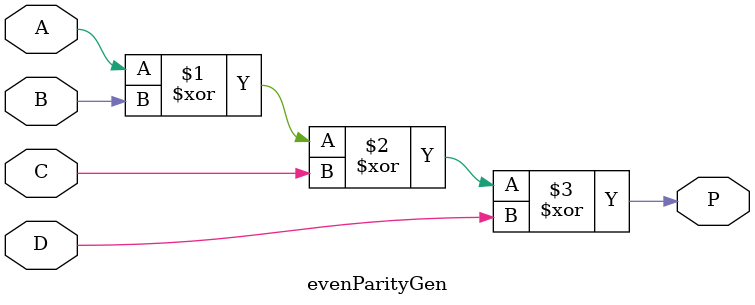
<source format=v>
`timescale 1ns / 1ps

module evenParityGen(
    input A, B, C, D,
    output P
);
    
    assign P = A ^ B ^ C ^ D;

endmodule
</source>
